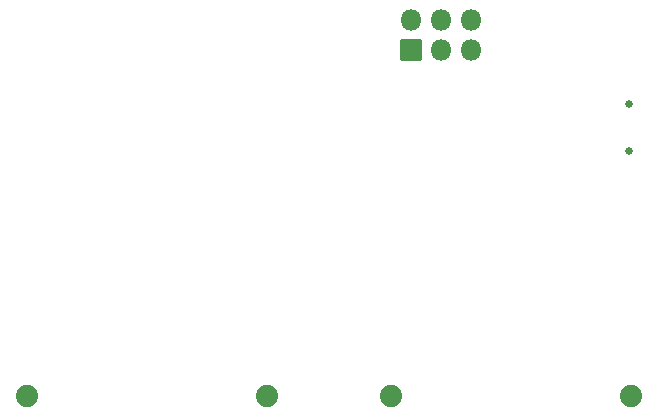
<source format=gbs>
%TF.GenerationSoftware,KiCad,Pcbnew,(6.0.5)*%
%TF.CreationDate,2022-09-03T12:51:18+02:00*%
%TF.ProjectId,hyperram_asic,68797065-7272-4616-9d5f-617369632e6b,rev?*%
%TF.SameCoordinates,Original*%
%TF.FileFunction,Soldermask,Bot*%
%TF.FilePolarity,Negative*%
%FSLAX46Y46*%
G04 Gerber Fmt 4.6, Leading zero omitted, Abs format (unit mm)*
G04 Created by KiCad (PCBNEW (6.0.5)) date 2022-09-03 12:51:18*
%MOMM*%
%LPD*%
G01*
G04 APERTURE LIST*
G04 Aperture macros list*
%AMRoundRect*
0 Rectangle with rounded corners*
0 $1 Rounding radius*
0 $2 $3 $4 $5 $6 $7 $8 $9 X,Y pos of 4 corners*
0 Add a 4 corners polygon primitive as box body*
4,1,4,$2,$3,$4,$5,$6,$7,$8,$9,$2,$3,0*
0 Add four circle primitives for the rounded corners*
1,1,$1+$1,$2,$3*
1,1,$1+$1,$4,$5*
1,1,$1+$1,$6,$7*
1,1,$1+$1,$8,$9*
0 Add four rect primitives between the rounded corners*
20,1,$1+$1,$2,$3,$4,$5,0*
20,1,$1+$1,$4,$5,$6,$7,0*
20,1,$1+$1,$6,$7,$8,$9,0*
20,1,$1+$1,$8,$9,$2,$3,0*%
G04 Aperture macros list end*
%ADD10O,1.800000X1.800000*%
%ADD11RoundRect,0.050000X0.850000X-0.850000X0.850000X0.850000X-0.850000X0.850000X-0.850000X-0.850000X0*%
%ADD12C,1.880000*%
%ADD13C,0.650000*%
G04 APERTURE END LIST*
D10*
%TO.C,J2*%
X183657000Y-74884200D03*
X183657000Y-77424200D03*
X181117000Y-74884200D03*
X181117000Y-77424200D03*
X178577000Y-74884200D03*
D11*
X178577000Y-77424200D03*
%TD*%
D12*
%TO.C,J3*%
X146028900Y-106680000D03*
X166348900Y-106680000D03*
%TD*%
%TO.C,J4*%
X176888900Y-106680000D03*
X197208900Y-106680000D03*
%TD*%
D13*
%TO.C,J1*%
X196977500Y-85972400D03*
X196977500Y-81972400D03*
%TD*%
M02*

</source>
